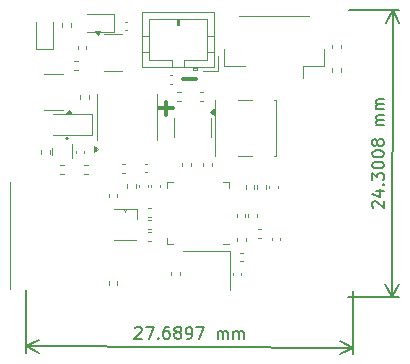
<source format=gto>
G04 #@! TF.GenerationSoftware,KiCad,Pcbnew,8.0.3*
G04 #@! TF.CreationDate,2024-07-05T13:17:58+02:00*
G04 #@! TF.ProjectId,ESP32-C3-V2,45535033-322d-4433-932d-56322e6b6963,rev?*
G04 #@! TF.SameCoordinates,Original*
G04 #@! TF.FileFunction,Legend,Top*
G04 #@! TF.FilePolarity,Positive*
%FSLAX46Y46*%
G04 Gerber Fmt 4.6, Leading zero omitted, Abs format (unit mm)*
G04 Created by KiCad (PCBNEW 8.0.3) date 2024-07-05 13:17:58*
%MOMM*%
%LPD*%
G01*
G04 APERTURE LIST*
%ADD10C,0.300000*%
%ADD11C,0.150000*%
%ADD12C,0.120000*%
G04 APERTURE END LIST*
D10*
X47445489Y5870600D02*
X46302632Y5870600D01*
X45445489Y3370600D02*
X44302632Y3370600D01*
X44874060Y2799172D02*
X44874060Y3942029D01*
D11*
X42267260Y-15223398D02*
X42315036Y-15175936D01*
X42315036Y-15175936D02*
X42410431Y-15128631D01*
X42410431Y-15128631D02*
X42648525Y-15129415D01*
X42648525Y-15129415D02*
X42743605Y-15177348D01*
X42743605Y-15177348D02*
X42791067Y-15225124D01*
X42791067Y-15225124D02*
X42838372Y-15320518D01*
X42838372Y-15320518D02*
X42838058Y-15415756D01*
X42838058Y-15415756D02*
X42789969Y-15558455D01*
X42789969Y-15558455D02*
X42216660Y-16127998D01*
X42216660Y-16127998D02*
X42835705Y-16130038D01*
X43172331Y-15131141D02*
X43838994Y-15133338D01*
X43838994Y-15133338D02*
X43407130Y-16131920D01*
X44216963Y-16039350D02*
X44264425Y-16087126D01*
X44264425Y-16087126D02*
X44216650Y-16134588D01*
X44216650Y-16134588D02*
X44169188Y-16086812D01*
X44169188Y-16086812D02*
X44216963Y-16039350D01*
X44216963Y-16039350D02*
X44216650Y-16134588D01*
X45124701Y-15137575D02*
X44934226Y-15136947D01*
X44934226Y-15136947D02*
X44838832Y-15184252D01*
X44838832Y-15184252D02*
X44791056Y-15231714D01*
X44791056Y-15231714D02*
X44695348Y-15374256D01*
X44695348Y-15374256D02*
X44647101Y-15564575D01*
X44647101Y-15564575D02*
X44645846Y-15945525D01*
X44645846Y-15945525D02*
X44693151Y-16040920D01*
X44693151Y-16040920D02*
X44740613Y-16088695D01*
X44740613Y-16088695D02*
X44835693Y-16136628D01*
X44835693Y-16136628D02*
X45026168Y-16137255D01*
X45026168Y-16137255D02*
X45121563Y-16089951D01*
X45121563Y-16089951D02*
X45169339Y-16042489D01*
X45169339Y-16042489D02*
X45217271Y-15947408D01*
X45217271Y-15947408D02*
X45218056Y-15709314D01*
X45218056Y-15709314D02*
X45170751Y-15613920D01*
X45170751Y-15613920D02*
X45123289Y-15566144D01*
X45123289Y-15566144D02*
X45028208Y-15518211D01*
X45028208Y-15518211D02*
X44837733Y-15517584D01*
X44837733Y-15517584D02*
X44742339Y-15564889D01*
X44742339Y-15564889D02*
X44694563Y-15612350D01*
X44694563Y-15612350D02*
X44646630Y-15707431D01*
X45789952Y-15568341D02*
X45694871Y-15520408D01*
X45694871Y-15520408D02*
X45647410Y-15472632D01*
X45647410Y-15472632D02*
X45600105Y-15377238D01*
X45600105Y-15377238D02*
X45600261Y-15329619D01*
X45600261Y-15329619D02*
X45648194Y-15234538D01*
X45648194Y-15234538D02*
X45695970Y-15187076D01*
X45695970Y-15187076D02*
X45791364Y-15139772D01*
X45791364Y-15139772D02*
X45981839Y-15140399D01*
X45981839Y-15140399D02*
X46076920Y-15188332D01*
X46076920Y-15188332D02*
X46124382Y-15236107D01*
X46124382Y-15236107D02*
X46171687Y-15331502D01*
X46171687Y-15331502D02*
X46171530Y-15379121D01*
X46171530Y-15379121D02*
X46123597Y-15474201D01*
X46123597Y-15474201D02*
X46075822Y-15521663D01*
X46075822Y-15521663D02*
X45980427Y-15568968D01*
X45980427Y-15568968D02*
X45789952Y-15568341D01*
X45789952Y-15568341D02*
X45694558Y-15615646D01*
X45694558Y-15615646D02*
X45646782Y-15663107D01*
X45646782Y-15663107D02*
X45598849Y-15758188D01*
X45598849Y-15758188D02*
X45598222Y-15948663D01*
X45598222Y-15948663D02*
X45645527Y-16044058D01*
X45645527Y-16044058D02*
X45692988Y-16091833D01*
X45692988Y-16091833D02*
X45788069Y-16139766D01*
X45788069Y-16139766D02*
X45978544Y-16140394D01*
X45978544Y-16140394D02*
X46073939Y-16093089D01*
X46073939Y-16093089D02*
X46121714Y-16045627D01*
X46121714Y-16045627D02*
X46169647Y-15950546D01*
X46169647Y-15950546D02*
X46170275Y-15760071D01*
X46170275Y-15760071D02*
X46122970Y-15664677D01*
X46122970Y-15664677D02*
X46075508Y-15616901D01*
X46075508Y-15616901D02*
X45980427Y-15568968D01*
X46645207Y-16142591D02*
X46835683Y-16143218D01*
X46835683Y-16143218D02*
X46931077Y-16095913D01*
X46931077Y-16095913D02*
X46978853Y-16048451D01*
X46978853Y-16048451D02*
X47074561Y-15905909D01*
X47074561Y-15905909D02*
X47122807Y-15715591D01*
X47122807Y-15715591D02*
X47124063Y-15334640D01*
X47124063Y-15334640D02*
X47076758Y-15239246D01*
X47076758Y-15239246D02*
X47029296Y-15191470D01*
X47029296Y-15191470D02*
X46934215Y-15143537D01*
X46934215Y-15143537D02*
X46743740Y-15142910D01*
X46743740Y-15142910D02*
X46648346Y-15190215D01*
X46648346Y-15190215D02*
X46600570Y-15237677D01*
X46600570Y-15237677D02*
X46552637Y-15332757D01*
X46552637Y-15332757D02*
X46551853Y-15570851D01*
X46551853Y-15570851D02*
X46599158Y-15666246D01*
X46599158Y-15666246D02*
X46646620Y-15714021D01*
X46646620Y-15714021D02*
X46741700Y-15761954D01*
X46741700Y-15761954D02*
X46932175Y-15762582D01*
X46932175Y-15762582D02*
X47027570Y-15715277D01*
X47027570Y-15715277D02*
X47075346Y-15667815D01*
X47075346Y-15667815D02*
X47123278Y-15572734D01*
X47458022Y-15145263D02*
X48124685Y-15147460D01*
X48124685Y-15147460D02*
X47692821Y-16146043D01*
X49264241Y-16151221D02*
X49266438Y-15484558D01*
X49266124Y-15579795D02*
X49313900Y-15532333D01*
X49313900Y-15532333D02*
X49409294Y-15485028D01*
X49409294Y-15485028D02*
X49552151Y-15485499D01*
X49552151Y-15485499D02*
X49647231Y-15533432D01*
X49647231Y-15533432D02*
X49694536Y-15628826D01*
X49694536Y-15628826D02*
X49692810Y-16152633D01*
X49694536Y-15628826D02*
X49742469Y-15533746D01*
X49742469Y-15533746D02*
X49837863Y-15486441D01*
X49837863Y-15486441D02*
X49980720Y-15486911D01*
X49980720Y-15486911D02*
X50075800Y-15534844D01*
X50075800Y-15534844D02*
X50123105Y-15630238D01*
X50123105Y-15630238D02*
X50121379Y-16154045D01*
X50597567Y-16155614D02*
X50599764Y-15488951D01*
X50599450Y-15584189D02*
X50647226Y-15536727D01*
X50647226Y-15536727D02*
X50742620Y-15489422D01*
X50742620Y-15489422D02*
X50885476Y-15489893D01*
X50885476Y-15489893D02*
X50980557Y-15537825D01*
X50980557Y-15537825D02*
X51027862Y-15633220D01*
X51027862Y-15633220D02*
X51026136Y-16157026D01*
X51027862Y-15633220D02*
X51075795Y-15538139D01*
X51075795Y-15538139D02*
X51171189Y-15490834D01*
X51171189Y-15490834D02*
X51314045Y-15491305D01*
X51314045Y-15491305D02*
X51409126Y-15539238D01*
X51409126Y-15539238D02*
X51456431Y-15634632D01*
X51456431Y-15634632D02*
X51454705Y-16158439D01*
X33052024Y-12008573D02*
X33034327Y-17379349D01*
X60741527Y-12099814D02*
X60723830Y-17470590D01*
X33036259Y-16792932D02*
X60725762Y-16884173D01*
X33036259Y-16792932D02*
X60725762Y-16884173D01*
X33036259Y-16792932D02*
X34164689Y-16210226D01*
X33036259Y-16792932D02*
X34160824Y-17383062D01*
X60725762Y-16884173D02*
X59597332Y-17466879D01*
X60725762Y-16884173D02*
X59601197Y-16294043D01*
X62427843Y-5059219D02*
X62380332Y-5011493D01*
X62380332Y-5011493D02*
X62332927Y-4916148D01*
X62332927Y-4916148D02*
X62333464Y-4678053D01*
X62333464Y-4678053D02*
X62381298Y-4582923D01*
X62381298Y-4582923D02*
X62429024Y-4535411D01*
X62429024Y-4535411D02*
X62524369Y-4488007D01*
X62524369Y-4488007D02*
X62619607Y-4488221D01*
X62619607Y-4488221D02*
X62762357Y-4536162D01*
X62762357Y-4536162D02*
X63332495Y-5108878D01*
X63332495Y-5108878D02*
X63333891Y-4489832D01*
X62669159Y-3631188D02*
X63335823Y-3632691D01*
X62287670Y-3868424D02*
X63001417Y-4108129D01*
X63001417Y-4108129D02*
X63002813Y-3489083D01*
X63241767Y-3108668D02*
X63289493Y-3061157D01*
X63289493Y-3061157D02*
X63337004Y-3108883D01*
X63337004Y-3108883D02*
X63289278Y-3156394D01*
X63289278Y-3156394D02*
X63241767Y-3108668D01*
X63241767Y-3108668D02*
X63337004Y-3108883D01*
X62337866Y-2725677D02*
X62339261Y-2106631D01*
X62339261Y-2106631D02*
X62719461Y-2440823D01*
X62719461Y-2440823D02*
X62719783Y-2297966D01*
X62719783Y-2297966D02*
X62767617Y-2202835D01*
X62767617Y-2202835D02*
X62815343Y-2155324D01*
X62815343Y-2155324D02*
X62910689Y-2107920D01*
X62910689Y-2107920D02*
X63148783Y-2108456D01*
X63148783Y-2108456D02*
X63243914Y-2156290D01*
X63243914Y-2156290D02*
X63291425Y-2204016D01*
X63291425Y-2204016D02*
X63338829Y-2299362D01*
X63338829Y-2299362D02*
X63338185Y-2585075D01*
X63338185Y-2585075D02*
X63290352Y-2680206D01*
X63290352Y-2680206D02*
X63242625Y-2727717D01*
X62340657Y-1487585D02*
X62340872Y-1392347D01*
X62340872Y-1392347D02*
X62388705Y-1297217D01*
X62388705Y-1297217D02*
X62436432Y-1249705D01*
X62436432Y-1249705D02*
X62531777Y-1202301D01*
X62531777Y-1202301D02*
X62722360Y-1155112D01*
X62722360Y-1155112D02*
X62960455Y-1155648D01*
X62960455Y-1155648D02*
X63150823Y-1203697D01*
X63150823Y-1203697D02*
X63245953Y-1251530D01*
X63245953Y-1251530D02*
X63293465Y-1299257D01*
X63293465Y-1299257D02*
X63340869Y-1394602D01*
X63340869Y-1394602D02*
X63340655Y-1489840D01*
X63340655Y-1489840D02*
X63292821Y-1584970D01*
X63292821Y-1584970D02*
X63245095Y-1632482D01*
X63245095Y-1632482D02*
X63149749Y-1679886D01*
X63149749Y-1679886D02*
X62959166Y-1727076D01*
X62959166Y-1727076D02*
X62721072Y-1726539D01*
X62721072Y-1726539D02*
X62530703Y-1678490D01*
X62530703Y-1678490D02*
X62435573Y-1630657D01*
X62435573Y-1630657D02*
X62388061Y-1582931D01*
X62388061Y-1582931D02*
X62340657Y-1487585D01*
X62342804Y-535207D02*
X62343019Y-439969D01*
X62343019Y-439969D02*
X62390853Y-344838D01*
X62390853Y-344838D02*
X62438579Y-297327D01*
X62438579Y-297327D02*
X62533924Y-249923D01*
X62533924Y-249923D02*
X62724507Y-202733D01*
X62724507Y-202733D02*
X62962602Y-203270D01*
X62962602Y-203270D02*
X63152970Y-251318D01*
X63152970Y-251318D02*
X63248101Y-299152D01*
X63248101Y-299152D02*
X63295612Y-346878D01*
X63295612Y-346878D02*
X63343016Y-442223D01*
X63343016Y-442223D02*
X63342802Y-537461D01*
X63342802Y-537461D02*
X63294968Y-632592D01*
X63294968Y-632592D02*
X63247242Y-680103D01*
X63247242Y-680103D02*
X63151897Y-727507D01*
X63151897Y-727507D02*
X62961313Y-774697D01*
X62961313Y-774697D02*
X62723219Y-774160D01*
X62723219Y-774160D02*
X62532850Y-726112D01*
X62532850Y-726112D02*
X62437720Y-678278D01*
X62437720Y-678278D02*
X62390208Y-630552D01*
X62390208Y-630552D02*
X62342804Y-535207D01*
X62773414Y368587D02*
X62725581Y273456D01*
X62725581Y273456D02*
X62677854Y225945D01*
X62677854Y225945D02*
X62582509Y178540D01*
X62582509Y178540D02*
X62534890Y178648D01*
X62534890Y178648D02*
X62439760Y226481D01*
X62439760Y226481D02*
X62392248Y274208D01*
X62392248Y274208D02*
X62344844Y369553D01*
X62344844Y369553D02*
X62345273Y560029D01*
X62345273Y560029D02*
X62393107Y655159D01*
X62393107Y655159D02*
X62440833Y702671D01*
X62440833Y702671D02*
X62536179Y750075D01*
X62536179Y750075D02*
X62583797Y749968D01*
X62583797Y749968D02*
X62678928Y702134D01*
X62678928Y702134D02*
X62726440Y654408D01*
X62726440Y654408D02*
X62773844Y559062D01*
X62773844Y559062D02*
X62773414Y368587D01*
X62773414Y368587D02*
X62820819Y273242D01*
X62820819Y273242D02*
X62868330Y225515D01*
X62868330Y225515D02*
X62963461Y177682D01*
X62963461Y177682D02*
X63153936Y177252D01*
X63153936Y177252D02*
X63249282Y224656D01*
X63249282Y224656D02*
X63297008Y272168D01*
X63297008Y272168D02*
X63344841Y367298D01*
X63344841Y367298D02*
X63345271Y557774D01*
X63345271Y557774D02*
X63297867Y653119D01*
X63297867Y653119D02*
X63250355Y700846D01*
X63250355Y700846D02*
X63155225Y748679D01*
X63155225Y748679D02*
X62964749Y749109D01*
X62964749Y749109D02*
X62869404Y701704D01*
X62869404Y701704D02*
X62821677Y654193D01*
X62821677Y654193D02*
X62773844Y559062D01*
X63348384Y1938723D02*
X62681719Y1940226D01*
X62776957Y1940012D02*
X62729446Y1987738D01*
X62729446Y1987738D02*
X62682041Y2083083D01*
X62682041Y2083083D02*
X62682363Y2225940D01*
X62682363Y2225940D02*
X62730197Y2321070D01*
X62730197Y2321070D02*
X62825542Y2368475D01*
X62825542Y2368475D02*
X63349350Y2367294D01*
X62825542Y2368475D02*
X62730412Y2416308D01*
X62730412Y2416308D02*
X62683008Y2511653D01*
X62683008Y2511653D02*
X62683330Y2654510D01*
X62683330Y2654510D02*
X62731163Y2749641D01*
X62731163Y2749641D02*
X62826508Y2797045D01*
X62826508Y2797045D02*
X63350317Y2795864D01*
X63351390Y3272053D02*
X62684725Y3273556D01*
X62779963Y3273341D02*
X62732452Y3321067D01*
X62732452Y3321067D02*
X62685047Y3416413D01*
X62685047Y3416413D02*
X62685369Y3559269D01*
X62685369Y3559269D02*
X62733203Y3654400D01*
X62733203Y3654400D02*
X62828548Y3701804D01*
X62828548Y3701804D02*
X63352356Y3700623D01*
X62828548Y3701804D02*
X62733418Y3749638D01*
X62733418Y3749638D02*
X62686014Y3844983D01*
X62686014Y3844983D02*
X62686336Y3987840D01*
X62686336Y3987840D02*
X62734169Y4082970D01*
X62734169Y4082970D02*
X62829514Y4130375D01*
X62829514Y4130375D02*
X63353323Y4129194D01*
X60354785Y11714942D02*
X64652008Y11705254D01*
X60299999Y-12585793D02*
X64597222Y-12595481D01*
X64065589Y11706576D02*
X64010803Y-12594159D01*
X64065589Y11706576D02*
X64010803Y-12594159D01*
X64065589Y11706576D02*
X64649469Y10578753D01*
X64065589Y11706576D02*
X63476630Y10581397D01*
X64010803Y-12594159D02*
X63426923Y-11466336D01*
X64010803Y-12594159D02*
X64599762Y-11468980D01*
D12*
G04 #@! TO.C,C3*
X53840000Y-7592164D02*
X53840000Y-7807836D01*
X54560000Y-7592164D02*
X54560000Y-7807836D01*
G04 #@! TO.C,R3*
X40020000Y-11246359D02*
X40020000Y-11553641D01*
X40780000Y-11246359D02*
X40780000Y-11553641D01*
G04 #@! TO.C,C5*
X48040000Y-1292164D02*
X48040000Y-1507836D01*
X48760000Y-1292164D02*
X48760000Y-1507836D01*
G04 #@! TO.C,R14*
X37946359Y-1440000D02*
X38253641Y-1440000D01*
X37946359Y-2200000D02*
X38253641Y-2200000D01*
G04 #@! TO.C,R9*
X58920000Y8753641D02*
X58920000Y8446359D01*
X59680000Y8753641D02*
X59680000Y8446359D01*
G04 #@! TO.C,R5*
X41620000Y-3046359D02*
X41620000Y-3353641D01*
X42380000Y-3046359D02*
X42380000Y-3353641D01*
G04 #@! TO.C,J3*
X49790000Y8390000D02*
X49790000Y6940000D01*
X49790000Y6940000D02*
X51590000Y6940000D01*
X56460000Y6940000D02*
X56460000Y5950000D01*
X56990000Y11210000D02*
X51060000Y11210000D01*
X58260000Y8390000D02*
X58260000Y6940000D01*
X58260000Y6940000D02*
X56460000Y6940000D01*
G04 #@! TO.C,C1*
X51192164Y-8840000D02*
X51407836Y-8840000D01*
X51192164Y-9560000D02*
X51407836Y-9560000D01*
G04 #@! TO.C,C12*
X37240000Y-427836D02*
X37240000Y-212164D01*
X37960000Y-427836D02*
X37960000Y-212164D01*
G04 #@! TO.C,C16*
X50540000Y-10562164D02*
X50540000Y-10777836D01*
X51260000Y-10562164D02*
X51260000Y-10777836D01*
G04 #@! TO.C,R12*
X43653641Y-5110000D02*
X43346359Y-5110000D01*
X43653641Y-5870000D02*
X43346359Y-5870000D01*
G04 #@! TO.C,C11*
X43640000Y-3307836D02*
X43640000Y-3092164D01*
X44360000Y-3307836D02*
X44360000Y-3092164D01*
G04 #@! TO.C,C13*
X42640000Y-3307836D02*
X42640000Y-3092164D01*
X43360000Y-3307836D02*
X43360000Y-3092164D01*
G04 #@! TO.C,D1*
X40500000Y-5190000D02*
X42400000Y-5190000D01*
X40500000Y-7790000D02*
X42350000Y-7790000D01*
X41400000Y-5390000D02*
X41300000Y-5190000D01*
X41500000Y-5190000D02*
X41400000Y-5390000D01*
X42400000Y-5190000D02*
X42400000Y-5965000D01*
G04 #@! TO.C,D2*
X33865000Y10700000D02*
X33865000Y8415000D01*
X33865000Y8415000D02*
X35335000Y8415000D01*
X35335000Y8415000D02*
X35335000Y10700000D01*
G04 #@! TO.C,C6*
X50940000Y-7642164D02*
X50940000Y-7857836D01*
X51660000Y-7642164D02*
X51660000Y-7857836D01*
G04 #@! TO.C,U1*
X31720000Y-2910000D02*
X31720000Y-11910000D01*
G04 #@! TO.C,R4*
X45846359Y4730000D02*
X46153641Y4730000D01*
X45846359Y3970000D02*
X46153641Y3970000D01*
G04 #@! TO.C,J2*
X42840000Y11560000D02*
X42840000Y6840000D01*
X42840000Y9450000D02*
X43450000Y9450000D01*
X42840000Y8150000D02*
X43450000Y8150000D01*
X42840000Y6840000D02*
X48960000Y6840000D01*
X43450000Y10950000D02*
X43450000Y7450000D01*
X43450000Y7450000D02*
X45400000Y7450000D01*
X45400000Y7450000D02*
X45400000Y6840000D01*
X45800000Y10450000D02*
X45800000Y10950000D01*
X45900000Y10950000D02*
X45900000Y10450000D01*
X46000000Y10950000D02*
X46000000Y10450000D01*
X46000000Y10450000D02*
X45800000Y10450000D01*
X46400000Y7450000D02*
X48350000Y7450000D01*
X46400000Y6840000D02*
X46400000Y7450000D01*
X47200000Y6840000D02*
X47200000Y6640000D01*
X47200000Y6740000D02*
X47500000Y6740000D01*
X47200000Y6640000D02*
X47500000Y6640000D01*
X47500000Y6640000D02*
X47500000Y6840000D01*
X48010000Y6540000D02*
X49260000Y6540000D01*
X48350000Y10950000D02*
X43450000Y10950000D01*
X48350000Y7450000D02*
X48350000Y10950000D01*
X48960000Y11560000D02*
X42840000Y11560000D01*
X48960000Y9450000D02*
X48350000Y9450000D01*
X48960000Y8150000D02*
X48350000Y8150000D01*
X48960000Y6840000D02*
X48960000Y11560000D01*
X49260000Y6540000D02*
X49260000Y7790000D01*
G04 #@! TO.C,R8*
X43643641Y-7120000D02*
X43336359Y-7120000D01*
X43643641Y-7880000D02*
X43336359Y-7880000D01*
G04 #@! TO.C,R1*
X52620000Y-3146359D02*
X52620000Y-3453641D01*
X53380000Y-3146359D02*
X53380000Y-3453641D01*
G04 #@! TO.C,C15*
X41607836Y10685000D02*
X41392164Y10685000D01*
X41607836Y9965000D02*
X41392164Y9965000D01*
G04 #@! TO.C,C8*
X43307836Y-1340000D02*
X43092164Y-1340000D01*
X43307836Y-2060000D02*
X43092164Y-2060000D01*
G04 #@! TO.C,R16*
X41453641Y-1320000D02*
X41146359Y-1320000D01*
X41453641Y-2080000D02*
X41146359Y-2080000D01*
G04 #@! TO.C,R13*
X35946359Y-1440000D02*
X36253641Y-1440000D01*
X35946359Y-2200000D02*
X36253641Y-2200000D01*
G04 #@! TO.C,R19*
X51620000Y-3146359D02*
X51620000Y-3453641D01*
X52380000Y-3146359D02*
X52380000Y-3453641D01*
G04 #@! TO.C,L1*
X52953641Y-6870000D02*
X52646359Y-6870000D01*
X52953641Y-7630000D02*
X52646359Y-7630000D01*
G04 #@! TO.C,D4*
X38610000Y2850000D02*
X35350000Y2850000D01*
X38610000Y1150000D02*
X35350000Y1150000D01*
X38610000Y1150000D02*
X38610000Y2850000D01*
G04 #@! TO.C,R15*
X34320000Y-166359D02*
X34320000Y-473641D01*
X35080000Y-166359D02*
X35080000Y-473641D01*
G04 #@! TO.C,R2*
X40020000Y-4153641D02*
X40020000Y-3846359D01*
X40780000Y-4153641D02*
X40780000Y-3846359D01*
G04 #@! TO.C,D3*
X38200000Y9865000D02*
X40485000Y9865000D01*
X40485000Y11335000D02*
X38200000Y11335000D01*
X40485000Y9865000D02*
X40485000Y11335000D01*
G04 #@! TO.C,R11*
X36120000Y10246359D02*
X36120000Y10553641D01*
X36880000Y10246359D02*
X36880000Y10553641D01*
G04 #@! TO.C,R10*
X58920000Y6446359D02*
X58920000Y6753641D01*
X59680000Y6446359D02*
X59680000Y6753641D01*
G04 #@! TO.C,R17*
X37443641Y7385000D02*
X37136359Y7385000D01*
X37443641Y6625000D02*
X37136359Y6625000D01*
G04 #@! TO.C,Q1*
X35240000Y-620000D02*
X35240000Y-20000D01*
X36960000Y-820000D02*
X36960000Y380000D01*
D11*
X36575000Y830000D02*
G75*
G02*
X36425000Y830000I-75000J0D01*
G01*
X36425000Y830000D02*
G75*
G02*
X36575000Y830000I75000J0D01*
G01*
D12*
G04 #@! TO.C,C18*
X37430000Y8612836D02*
X37430000Y8397164D01*
X38150000Y8612836D02*
X38150000Y8397164D01*
G04 #@! TO.C,SW2*
X49000000Y4070000D02*
X49000000Y-670000D01*
X51000000Y4070000D02*
X52200000Y4070000D01*
X51000000Y-670000D02*
X52200000Y-670000D01*
X54200000Y4070000D02*
X54000000Y4070000D01*
X54200000Y4070000D02*
X54200000Y-670000D01*
X54200000Y-700000D02*
X54000000Y-700000D01*
G04 #@! TO.C,C14*
X53640000Y-3407836D02*
X53640000Y-3192164D01*
X54360000Y-3407836D02*
X54360000Y-3192164D01*
G04 #@! TO.C,R6*
X46220000Y-1246359D02*
X46220000Y-1553641D01*
X46980000Y-1246359D02*
X46980000Y-1553641D01*
G04 #@! TO.C,C9*
X45192164Y6160000D02*
X45407836Y6160000D01*
X45192164Y5440000D02*
X45407836Y5440000D01*
G04 #@! TO.C,R7*
X43653641Y-6110000D02*
X43346359Y-6110000D01*
X43653641Y-6870000D02*
X43346359Y-6870000D01*
G04 #@! TO.C,R18*
X37620000Y4196359D02*
X37620000Y4503641D01*
X38380000Y4196359D02*
X38380000Y4503641D01*
G04 #@! TO.C,U5*
X45540000Y1750000D02*
X45540000Y2550000D01*
X45540000Y1750000D02*
X45540000Y950000D01*
X48660000Y1750000D02*
X48660000Y2550000D01*
X48660000Y1750000D02*
X48660000Y950000D01*
X48940000Y2810000D02*
X48610000Y3050000D01*
X48940000Y3290000D01*
X48940000Y2810000D01*
G36*
X48940000Y2810000D02*
G01*
X48610000Y3050000D01*
X48940000Y3290000D01*
X48940000Y2810000D01*
G37*
G04 #@! TO.C,C7*
X50890000Y-5592164D02*
X50890000Y-5807836D01*
X51610000Y-5592164D02*
X51610000Y-5807836D01*
G04 #@! TO.C,U3*
X44990000Y-2890000D02*
X44990000Y-3365000D01*
X44990000Y-8110000D02*
X44990000Y-7635000D01*
X45465000Y-2890000D02*
X44990000Y-2890000D01*
X45465000Y-8110000D02*
X44990000Y-8110000D01*
X49735000Y-2890000D02*
X50210000Y-2890000D01*
X49735000Y-8110000D02*
X50210000Y-8110000D01*
X50210000Y-2890000D02*
X50210000Y-3365000D01*
G04 #@! TO.C,C2*
X51840000Y-5592164D02*
X51840000Y-5807836D01*
X52560000Y-5592164D02*
X52560000Y-5807836D01*
G04 #@! TO.C,U6*
X40400000Y9660000D02*
X39600000Y9660000D01*
X40400000Y9660000D02*
X41200000Y9660000D01*
X40400000Y6540000D02*
X39600000Y6540000D01*
X40400000Y6540000D02*
X41200000Y6540000D01*
X39100000Y9610000D02*
X38860000Y9940000D01*
X39340000Y9940000D01*
X39100000Y9610000D01*
G36*
X39100000Y9610000D02*
G01*
X38860000Y9940000D01*
X39340000Y9940000D01*
X39100000Y9610000D01*
G37*
G04 #@! TO.C,C4*
X47772164Y4710000D02*
X47987836Y4710000D01*
X47772164Y3990000D02*
X47987836Y3990000D01*
G04 #@! TO.C,Y1*
X50300000Y-8750000D02*
X46300000Y-8750000D01*
X50300000Y-12050000D02*
X50300000Y-8750000D01*
G04 #@! TO.C,U4*
X39040000Y2600000D02*
X39040000Y4550000D01*
X39040000Y2600000D02*
X39040000Y650000D01*
X44160000Y2600000D02*
X44160000Y4550000D01*
X44160000Y2600000D02*
X44160000Y650000D01*
X39135000Y-100000D02*
X38805000Y-340000D01*
X38805000Y140000D01*
X39135000Y-100000D01*
G36*
X39135000Y-100000D02*
G01*
X38805000Y-340000D01*
X38805000Y140000D01*
X39135000Y-100000D01*
G37*
G04 #@! TO.C,U2*
X35400000Y6310000D02*
X34600000Y6310000D01*
X35400000Y6310000D02*
X36200000Y6310000D01*
X35400000Y3190000D02*
X34600000Y3190000D01*
X35400000Y3190000D02*
X36200000Y3190000D01*
X36940000Y2910000D02*
X36460000Y2910000D01*
X36700000Y3240000D01*
X36940000Y2910000D01*
G36*
X36940000Y2910000D02*
G01*
X36460000Y2910000D01*
X36700000Y3240000D01*
X36940000Y2910000D01*
G37*
G04 #@! TO.C,C17*
X45340000Y-10707836D02*
X45340000Y-10492164D01*
X46060000Y-10707836D02*
X46060000Y-10492164D01*
G04 #@! TD*
M02*

</source>
